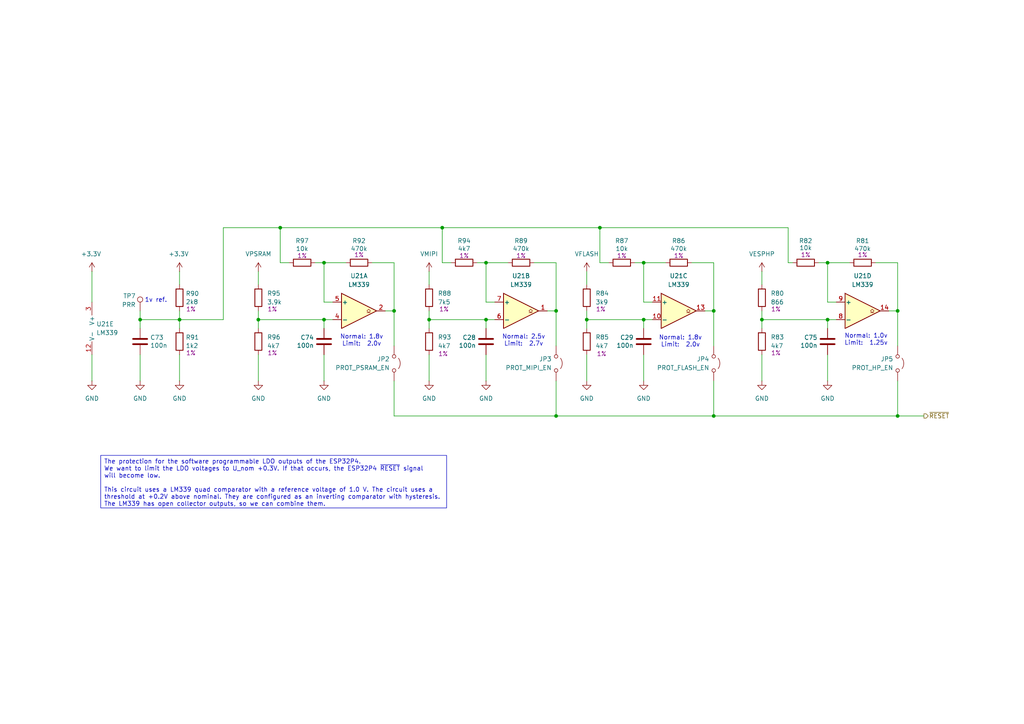
<source format=kicad_sch>
(kicad_sch (version 20231120) (generator "eeschema") (generator_version "8.0")
  (paper "A4")
  (title_block (title "WHY2025 badge") (date "2024-05-10") (rev "Prototype 1") (company "Badge.Team") (comment 1 "Copyright 2024 Nicolai Electronics") (comment 2 "License: CERN-OHL-P") (comment 3 "PROTOYPE DESIGN UNTESTED") (comment 4 "(Work in progress!)"))
  (lib_symbols
    (symbol "Comparator:LM339" (pin_names (offset 0.127))
      (property "Reference" "U" (at 0 5.08 0))
      (property "Value" "LM339" (at 0 -5.08 0))
      (symbol "LM339_1_1"
        (polyline (pts (xy -5.08 5.08) (xy 5.08 0) (xy -5.08 -5.08) (xy -5.08 5.08)) (stroke (width 0.254)) (fill (type background)))
        (polyline (pts (xy 3.302 -0.508) (xy 2.794 -0.508) (xy 3.302 0) (xy 2.794 0.508) (xy 2.286 0) (xy 2.794 -0.508) (xy 2.286 -0.508)) (stroke (width 0.127)))
        (pin open_collector line (at 7.62 0 180) (length 2.54) (name "~") (number "2"))
        (pin input line (at -7.62 -2.54 0) (length 2.54) (name "-") (number "4"))
        (pin input line (at -7.62 2.54 0) (length 2.54) (name "+") (number "5"))
      )
      (symbol "LM339_2_1"
        (polyline (pts (xy -5.08 5.08) (xy 5.08 0) (xy -5.08 -5.08) (xy -5.08 5.08)) (stroke (width 0.254)) (fill (type background)))
        (polyline (pts (xy 3.302 -0.508) (xy 2.794 -0.508) (xy 3.302 0) (xy 2.794 0.508) (xy 2.286 0) (xy 2.794 -0.508) (xy 2.286 -0.508)) (stroke (width 0.127)))
        (pin open_collector line (at 7.62 0 180) (length 2.54) (name "~") (number "1"))
        (pin input line (at -7.62 -2.54 0) (length 2.54) (name "-") (number "6"))
        (pin input line (at -7.62 2.54 0) (length 2.54) (name "+") (number "7"))
      )
      (symbol "LM339_3_1"
        (polyline (pts (xy -5.08 5.08) (xy 5.08 0) (xy -5.08 -5.08) (xy -5.08 5.08)) (stroke (width 0.254)) (fill (type background)))
        (polyline (pts (xy 3.302 -0.508) (xy 2.794 -0.508) (xy 3.302 0) (xy 2.794 0.508) (xy 2.286 0) (xy 2.794 -0.508) (xy 2.286 -0.508)) (stroke (width 0.127)))
        (pin input line (at -7.62 -2.54 0) (length 2.54) (name "-") (number "10"))
        (pin input line (at -7.62 2.54 0) (length 2.54) (name "+") (number "11"))
        (pin open_collector line (at 7.62 0 180) (length 2.54) (name "~") (number "13"))
      )
      (symbol "LM339_4_1"
        (polyline (pts (xy -5.08 5.08) (xy 5.08 0) (xy -5.08 -5.08) (xy -5.08 5.08)) (stroke (width 0.254)) (fill (type background)))
        (polyline (pts (xy 3.302 -0.508) (xy 2.794 -0.508) (xy 3.302 0) (xy 2.794 0.508) (xy 2.286 0) (xy 2.794 -0.508) (xy 2.286 -0.508)) (stroke (width 0.127)))
        (pin open_collector line (at 7.62 0 180) (length 2.54) (name "~") (number "14"))
        (pin input line (at -7.62 -2.54 0) (length 2.54) (name "-") (number "8"))
        (pin input line (at -7.62 2.54 0) (length 2.54) (name "+") (number "9"))
      )
      (symbol "LM339_5_1"
        (pin power_in line (at -2.54 -7.62 90) (length 3.81) (name "V-") (number "12"))
        (pin power_in line (at -2.54 7.62 270) (length 3.81) (name "V+") (number "3"))
      )
    )
    (symbol "Connector:TestPoint" (pin_numbers hide) (pin_names (offset 0.762) hide)
      (property "Reference" "TP" (at 0 6.858 0))
      (property "Value" "TestPoint" (at 0 5.08 0))
      (symbol "TestPoint_0_1"
        (circle (center 0 3.302) (radius 0.762))
      )
      (symbol "TestPoint_1_1"
        (pin passive line (at 0 0 90) (length 2.54) (name "1") (number "1"))
      )
    )
    (symbol "Device:R" (pin_numbers hide) (pin_names (offset 0))
      (property "Reference" "R" (at 2.032 0 90))
      (property "Value" "R" (at 0 0 90))
      (symbol "R_0_1"
        (rectangle (start -1.016 -2.54) (end 1.016 2.54) (stroke (width 0.254)))
      )
      (symbol "R_1_1"
        (pin passive line (at 0 3.81 270) (length 1.27) (name "~") (number "1"))
        (pin passive line (at 0 -3.81 90) (length 1.27) (name "~") (number "2"))
      )
    )
    (symbol "Jumper:Jumper_2_Open" (pin_numbers hide) (pin_names (offset 0) hide) (exclude_from_sim yes)
      (property "Reference" "JP" (at 0 2.794 0))
      (property "Value" "Jumper_2_Open" (at 0 -2.286 0))
      (symbol "Jumper_2_Open_0_0"
        (circle (center -2.032 0) (radius 0.508))
        (circle (center 2.032 0) (radius 0.508))
      )
      (symbol "Jumper_2_Open_0_1"
        (arc (start 1.524 1.27) (mid 0 1.778) (end -1.524 1.27))
      )
      (symbol "Jumper_2_Open_1_1"
        (pin passive line (at -5.08 0 0) (length 2.54) (name "A") (number "1"))
        (pin passive line (at 5.08 0 180) (length 2.54) (name "B") (number "2"))
      )
    )
    (symbol "custom-power:VESPHP" (power) (pin_numbers hide) (pin_names (offset 0) hide)
      (property "Value" "VESPHP" (at 0 3.556 0))
      (symbol "VESPHP_0_1"
        (polyline (pts (xy -0.762 1.27) (xy 0 2.54)))
        (polyline (pts (xy 0 0) (xy 0 2.54)))
        (polyline (pts (xy 0 2.54) (xy 0.762 1.27)))
      )
      (symbol "VESPHP_1_1"
        (pin power_in line (at 0 0 90) (length 0) (name "~") (number "1"))
      )
    )
    (symbol "custom-power:VFLASH" (power) (pin_numbers hide) (pin_names (offset 0) hide)
      (property "Value" "VFLASH" (at 0 3.556 0))
      (symbol "VFLASH_0_1"
        (polyline (pts (xy -0.762 1.27) (xy 0 2.54)))
        (polyline (pts (xy 0 0) (xy 0 2.54)))
        (polyline (pts (xy 0 2.54) (xy 0.762 1.27)))
      )
      (symbol "VFLASH_1_1"
        (pin power_in line (at 0 0 90) (length 0) (name "~") (number "1"))
      )
    )
    (symbol "custom-power:VMIPI" (power) (pin_numbers hide) (pin_names (offset 0) hide)
      (property "Value" "VMIPI" (at 0 3.556 0))
      (symbol "VMIPI_0_1"
        (polyline (pts (xy -0.762 1.27) (xy 0 2.54)))
        (polyline (pts (xy 0 0) (xy 0 2.54)))
        (polyline (pts (xy 0 2.54) (xy 0.762 1.27)))
      )
      (symbol "VMIPI_1_1"
        (pin power_in line (at 0 0 90) (length 0) (name "~") (number "1"))
      )
    )
    (symbol "custom-power:VPSRAM" (power) (pin_numbers hide) (pin_names (offset 0) hide)
      (property "Value" "VPSRAM" (at 0 3.556 0))
      (symbol "VPSRAM_0_1"
        (polyline (pts (xy -0.762 1.27) (xy 0 2.54)))
        (polyline (pts (xy 0 0) (xy 0 2.54)))
        (polyline (pts (xy 0 2.54) (xy 0.762 1.27)))
      )
      (symbol "VPSRAM_1_1"
        (pin power_in line (at 0 0 90) (length 0) (name "~") (number "1"))
      )
    )
    (symbol "power:+3.3V" (power) (pin_numbers hide) (pin_names (offset 0) hide)
      (property "Value" "+3.3V" (at 0 3.556 0))
      (symbol "+3.3V_0_1"
        (polyline (pts (xy -0.762 1.27) (xy 0 2.54)))
        (polyline (pts (xy 0 0) (xy 0 2.54)))
        (polyline (pts (xy 0 2.54) (xy 0.762 1.27)))
      )
      (symbol "+3.3V_1_1"
        (pin power_in line (at 0 0 90) (length 0) (name "~") (number "1"))
      )
    )
    (symbol "power:GND" (power) (pin_numbers hide) (pin_names (offset 0) hide)
      (property "Value" "GND" (at 0 -3.81 0))
      (symbol "GND_0_1"
        (polyline (pts (xy 0 0) (xy 0 -1.27) (xy 1.27 -1.27) (xy 0 -2.54) (xy -1.27 -1.27) (xy 0 -1.27)))
      )
      (symbol "GND_1_1"
        (pin power_in line (at 0 0 270) (length 0) (name "~") (number "1"))
      )
    )
    (symbol "symbols:C" (pin_numbers hide) (pin_names (offset 0.254))
      (property "Reference" "C" (at 0.635 2.54 0))
      (property "Value" "C" (at 0.635 -2.54 0))
      (symbol "C_0_1"
        (polyline (pts (xy -2.032 -0.762) (xy 2.032 -0.762)) (stroke (width 0.508)))
        (polyline (pts (xy -2.032 0.762) (xy 2.032 0.762)) (stroke (width 0.508)))
      )
      (symbol "C_1_1"
        (pin passive line (at 0 3.81 270) (length 2.794) (name "~") (number "1"))
        (pin passive line (at 0 -3.81 90) (length 2.794) (name "~") (number "2"))
      )
    )
  )
  (junction (at 260.35 90.17))
  (junction (at 140.97 92.71))
  (junction (at 170.18 92.71))
  (junction (at 40.64 92.71))
  (junction (at 173.99 66.04))
  (junction (at 81.28 66.04))
  (junction (at 114.3 90.17))
  (junction (at 260.35 120.65))
  (junction (at 161.29 120.65))
  (junction (at 52.07 92.71))
  (junction (at 220.98 92.71))
  (junction (at 186.69 76.2))
  (junction (at 240.03 76.2))
  (junction (at 128.27 66.04))
  (junction (at 207.01 90.17))
  (junction (at 74.93 92.71))
  (junction (at 186.69 92.71))
  (junction (at 93.98 92.71))
  (junction (at 124.46 92.71))
  (junction (at 140.97 76.2))
  (junction (at 207.01 120.65))
  (junction (at 240.03 92.71))
  (junction (at 161.29 90.17))
  (junction (at 93.98 76.2))
  (wire (pts (xy 140.97 95.25) (xy 140.97 92.71)))
  (wire (pts (xy 128.27 66.04) (xy 173.99 66.04)))
  (wire (pts (xy 93.98 76.2) (xy 93.98 87.63)))
  (wire (pts (xy 140.97 92.71) (xy 143.51 92.71)))
  (wire (pts (xy 26.67 87.63) (xy 26.67 78.74)))
  (wire (pts (xy 240.03 76.2) (xy 240.03 87.63)))
  (wire (pts (xy 124.46 92.71) (xy 140.97 92.71)))
  (wire (pts (xy 170.18 78.74) (xy 170.18 82.55)))
  (wire (pts (xy 220.98 102.87) (xy 220.98 110.49)))
  (wire (pts (xy 124.46 92.71) (xy 124.46 95.25)))
  (wire (pts (xy 40.64 90.17) (xy 40.64 92.71)))
  (wire (pts (xy 52.07 95.25) (xy 52.07 92.71)))
  (wire (pts (xy 52.07 92.71) (xy 40.64 92.71)))
  (wire (pts (xy 154.94 76.2) (xy 161.29 76.2)))
  (wire (pts (xy 81.28 66.04) (xy 128.27 66.04)))
  (wire (pts (xy 170.18 92.71) (xy 170.18 95.25)))
  (wire (pts (xy 207.01 120.65) (xy 260.35 120.65)))
  (wire (pts (xy 161.29 90.17) (xy 158.75 90.17)))
  (wire (pts (xy 130.81 76.2) (xy 128.27 76.2)))
  (wire (pts (xy 140.97 87.63) (xy 143.51 87.63)))
  (wire (pts (xy 107.95 76.2) (xy 114.3 76.2)))
  (wire (pts (xy 91.44 76.2) (xy 93.98 76.2)))
  (wire (pts (xy 140.97 76.2) (xy 140.97 87.63)))
  (wire (pts (xy 128.27 76.2) (xy 128.27 66.04)))
  (wire (pts (xy 186.69 92.71) (xy 189.23 92.71)))
  (wire (pts (xy 260.35 110.49) (xy 260.35 120.65)))
  (wire (pts (xy 170.18 90.17) (xy 170.18 92.71)))
  (wire (pts (xy 220.98 78.74) (xy 220.98 82.55)))
  (wire (pts (xy 114.3 90.17) (xy 111.76 90.17)))
  (wire (pts (xy 220.98 92.71) (xy 220.98 95.25)))
  (wire (pts (xy 170.18 92.71) (xy 186.69 92.71)))
  (wire (pts (xy 220.98 90.17) (xy 220.98 92.71)))
  (wire (pts (xy 74.93 92.71) (xy 93.98 92.71)))
  (wire (pts (xy 40.64 92.71) (xy 40.64 95.25)))
  (wire (pts (xy 93.98 102.87) (xy 93.98 110.49)))
  (wire (pts (xy 140.97 102.87) (xy 140.97 110.49)))
  (wire (pts (xy 93.98 87.63) (xy 96.52 87.63)))
  (wire (pts (xy 161.29 90.17) (xy 161.29 100.33)))
  (wire (pts (xy 114.3 76.2) (xy 114.3 90.17)))
  (wire (pts (xy 124.46 102.87) (xy 124.46 110.49)))
  (wire (pts (xy 161.29 76.2) (xy 161.29 90.17)))
  (wire (pts (xy 173.99 66.04) (xy 173.99 76.2)))
  (wire (pts (xy 52.07 102.87) (xy 52.07 110.49)))
  (wire (pts (xy 74.93 78.74) (xy 74.93 82.55)))
  (wire (pts (xy 207.01 110.49) (xy 207.01 120.65)))
  (wire (pts (xy 237.49 76.2) (xy 240.03 76.2)))
  (wire (pts (xy 74.93 90.17) (xy 74.93 92.71)))
  (wire (pts (xy 228.6 66.04) (xy 228.6 76.2)))
  (wire (pts (xy 220.98 92.71) (xy 240.03 92.71)))
  (wire (pts (xy 186.69 76.2) (xy 193.04 76.2)))
  (wire (pts (xy 260.35 90.17) (xy 260.35 100.33)))
  (wire (pts (xy 52.07 92.71) (xy 64.77 92.71)))
  (wire (pts (xy 200.66 76.2) (xy 207.01 76.2)))
  (wire (pts (xy 186.69 76.2) (xy 186.69 87.63)))
  (wire (pts (xy 207.01 90.17) (xy 207.01 100.33)))
  (wire (pts (xy 240.03 95.25) (xy 240.03 92.71)))
  (wire (pts (xy 184.15 76.2) (xy 186.69 76.2)))
  (wire (pts (xy 186.69 87.63) (xy 189.23 87.63)))
  (wire (pts (xy 93.98 76.2) (xy 100.33 76.2)))
  (wire (pts (xy 186.69 102.87) (xy 186.69 110.49)))
  (wire (pts (xy 140.97 76.2) (xy 147.32 76.2)))
  (wire (pts (xy 81.28 76.2) (xy 83.82 76.2)))
  (wire (pts (xy 93.98 95.25) (xy 93.98 92.71)))
  (wire (pts (xy 114.3 90.17) (xy 114.3 100.33)))
  (wire (pts (xy 40.64 102.87) (xy 40.64 110.49)))
  (wire (pts (xy 254 76.2) (xy 260.35 76.2)))
  (wire (pts (xy 170.18 102.87) (xy 170.18 110.49)))
  (wire (pts (xy 173.99 66.04) (xy 228.6 66.04)))
  (wire (pts (xy 240.03 92.71) (xy 242.57 92.71)))
  (wire (pts (xy 240.03 76.2) (xy 246.38 76.2)))
  (wire (pts (xy 124.46 90.17) (xy 124.46 92.71)))
  (wire (pts (xy 176.53 76.2) (xy 173.99 76.2)))
  (wire (pts (xy 161.29 110.49) (xy 161.29 120.65)))
  (wire (pts (xy 260.35 76.2) (xy 260.35 90.17)))
  (wire (pts (xy 228.6 76.2) (xy 229.87 76.2)))
  (wire (pts (xy 124.46 78.74) (xy 124.46 82.55)))
  (wire (pts (xy 81.28 66.04) (xy 81.28 76.2)))
  (wire (pts (xy 74.93 102.87) (xy 74.93 110.49)))
  (wire (pts (xy 26.67 102.87) (xy 26.67 110.49)))
  (wire (pts (xy 257.81 90.17) (xy 260.35 90.17)))
  (wire (pts (xy 64.77 92.71) (xy 64.77 66.04)))
  (wire (pts (xy 93.98 92.71) (xy 96.52 92.71)))
  (wire (pts (xy 207.01 76.2) (xy 207.01 90.17)))
  (wire (pts (xy 64.77 66.04) (xy 81.28 66.04)))
  (wire (pts (xy 52.07 90.17) (xy 52.07 92.71)))
  (wire (pts (xy 240.03 102.87) (xy 240.03 110.49)))
  (wire (pts (xy 74.93 92.71) (xy 74.93 95.25)))
  (wire (pts (xy 114.3 120.65) (xy 161.29 120.65)))
  (wire (pts (xy 186.69 95.25) (xy 186.69 92.71)))
  (wire (pts (xy 138.43 76.2) (xy 140.97 76.2)))
  (wire (pts (xy 207.01 90.17) (xy 204.47 90.17)))
  (wire (pts (xy 52.07 78.74) (xy 52.07 82.55)))
  (wire (pts (xy 114.3 110.49) (xy 114.3 120.65)))
  (wire (pts (xy 260.35 120.65) (xy 267.97 120.65)))
  (wire (pts (xy 240.03 87.63) (xy 242.57 87.63)))
  (wire (pts (xy 161.29 120.65) (xy 207.01 120.65)))
  (text_box "The protection for the software programmable LDO outputs of the ESP32P4. \nWe want to limit the LDO voltages to U_nom +0.3V. If that occurs, the ESP32P4 ~{RESET} signal\nwill become low.\n\nThis circuit uses a LM339 quad comparator with a reference voltage of 1.0 V. The circuit uses a\nthreshold at +0.2V above nominal. They are configured as an inverting comparator with hysteresis.\nThe LM339 has open collector outputs, so we can combine them.\n" (at 29.21 132.08 0) (size 100.33 15.24) (effects (font (size 1.27 1.27)) (justify left top)))
  (text "Normal: 2.5v\nLimit:  2.7v\n" (at 151.892 98.806 0) (effects (font (size 1.27 1.27))))
  (text "1v ref." (at 48.514 87.122 0) (effects (font (size 1.27 1.27)) (justify right)))
  (text "Normal: 1.8v\nLimit:  2.0v\n" (at 197.358 99.06 0) (effects (font (size 1.27 1.27))))
  (text "Normal: 1.8v\nLimit:  2.0v\n" (at 104.902 98.806 0) (effects (font (size 1.27 1.27))))
  (text "Normal: 1.0v\nLimit:  1.25v\n" (at 251.206 98.552 0) (effects (font (size 1.27 1.27))))
  (hierarchical_label "~{RESET}" (shape output) (at 267.97 120.65 0))
  (symbol (lib_id "Device:R") (at 220.98 86.36 180) (unit 1)
    (property "Reference" "R80" (at 223.52 85.0899 0) (effects (justify right)))
    (property "Value" "866" (at 223.52 87.6299 0) (effects (justify right)))
    (property "Footprint" "Resistor_SMD:R_0402_1005Metric" (effects (hide yes)))
    (property "Datasheet" "https://datasheet.lcsc.com/lcsc/2205312216_UNI-ROYAL-Uniroyal-Elec-0402WGF8660TCE_C423129.pdf" (effects (hide yes)))
    (property "Description" "1%" (at 225.044 89.662 0))
    (property "LCSC" "C423129" (effects (hide yes)))
  )
  (symbol (lib_id "power:GND") (at 186.69 110.49 0) (unit 1)
    (property "Reference" "#PWR0115" (effects (hide yes)))
    (property "Value" "GND" (at 186.69 115.57 0))
  )
  (symbol (lib_id "Device:R") (at 170.18 86.36 180) (unit 1)
    (property "Reference" "R84" (at 172.72 85.0899 0) (effects (justify right)))
    (property "Value" "3k9" (at 172.72 87.6299 0) (effects (justify right)))
    (property "Footprint" "Resistor_SMD:R_0402_1005Metric" (effects (hide yes)))
    (property "Datasheet" "https://datasheet.lcsc.com/lcsc/2206010000_UNI-ROYAL-Uniroyal-Elec-0402WGF3901TCE_C51721.pdf" (effects (hide yes)))
    (property "Description" "1%" (at 174.244 89.662 0))
    (property "LCSC" "C51721" (effects (hide yes)))
  )
  (symbol (lib_id "Comparator:LM339") (at 250.19 90.17 0) (unit 4)
    (property "Reference" "U21" (at 250.19 80.01 0))
    (property "Value" "LM339" (at 250.19 82.55 0))
    (property "Footprint" "Package_SO:SOIC-14_3.9x8.7mm_P1.27mm" (effects (hide yes)))
    (property "Datasheet" "https://datasheet.lcsc.com/lcsc/2311161808_IDCHIP-LM339S_C19193841.pdf" (effects (hide yes)))
    (property "Description" "Quad Differential Comparators, SOIC-14/TSSOP-14" (effects (hide yes)))
    (property "LCSC" "C19193841" (effects (hide yes)))
  )
  (symbol (lib_id "Device:R") (at 104.14 76.2 270) (unit 1)
    (property "Reference" "R92" (at 104.14 69.85 90))
    (property "Value" "470k" (at 104.14 72.136 90))
    (property "Footprint" "Resistor_SMD:R_0402_1005Metric" (effects (hide yes)))
    (property "Datasheet" "https://datasheet.lcsc.com/lcsc/2206010100_UNI-ROYAL-Uniroyal-Elec-0402WGF4703TCE_C25790.pdf" (effects (hide yes)))
    (property "Description" "1%" (at 104.14 73.914 90))
    (property "LCSC" "C25790" (effects (hide yes)))
  )
  (symbol (lib_id "Jumper:Jumper_2_Open") (at 114.3 105.41 270) (mirror x) (unit 1) (exclude_from_sim yes)
    (property "Reference" "JP2" (at 113.03 104.1399 90) (effects (justify right)))
    (property "Value" "PROT_PSRAM_EN" (at 113.03 106.6799 90) (effects (justify right)))
    (property "Footprint" "Jumper:SolderJumper-2_P1.3mm_Open_RoundedPad1.0x1.5mm" (effects (hide yes)))
    (property "Datasheet" "-" (effects (hide yes)))
    (property "LCSC" "-" (effects (hide yes)))
  )
  (symbol (lib_id "symbols:C") (at 140.97 99.06 0) (mirror y) (unit 1)
    (property "Reference" "C28" (at 138.049 97.8916 0) (effects (justify left)))
    (property "Value" "100n" (at 138.049 100.203 0) (effects (justify left)))
    (property "Footprint" "Capacitor_SMD:C_0402_1005Metric" (effects (hide yes)))
    (property "Datasheet" "https://datasheet.lcsc.com/lcsc/2304140030_Samsung-Electro-Mechanics-CL05B104KB54PNC_C307331.pdf" (effects (hide yes)))
    (property "LCSC" "C307331" (effects (hide yes)))
  )
  (symbol (lib_id "power:GND") (at 140.97 110.49 0) (unit 1)
    (property "Reference" "#PWR0106" (effects (hide yes)))
    (property "Value" "GND" (at 140.97 115.57 0))
  )
  (symbol (lib_id "symbols:C") (at 93.98 99.06 0) (mirror y) (unit 1)
    (property "Reference" "C74" (at 91.059 97.8916 0) (effects (justify left)))
    (property "Value" "100n" (at 91.059 100.203 0) (effects (justify left)))
    (property "Footprint" "Capacitor_SMD:C_0402_1005Metric" (effects (hide yes)))
    (property "Datasheet" "https://datasheet.lcsc.com/lcsc/2304140030_Samsung-Electro-Mechanics-CL05B104KB54PNC_C307331.pdf" (effects (hide yes)))
    (property "LCSC" "C307331" (effects (hide yes)))
  )
  (symbol (lib_id "Comparator:LM339") (at 196.85 90.17 0) (unit 3)
    (property "Reference" "U21" (at 196.85 80.01 0))
    (property "Value" "LM339" (at 196.85 82.55 0))
    (property "Footprint" "Package_SO:SOIC-14_3.9x8.7mm_P1.27mm" (effects (hide yes)))
    (property "Datasheet" "https://datasheet.lcsc.com/lcsc/2311161808_IDCHIP-LM339S_C19193841.pdf" (effects (hide yes)))
    (property "Description" "Quad Differential Comparators, SOIC-14/TSSOP-14" (effects (hide yes)))
    (property "LCSC" "C19193841" (effects (hide yes)))
  )
  (symbol (lib_id "power:GND") (at 93.98 110.49 0) (unit 1)
    (property "Reference" "#PWR0260" (effects (hide yes)))
    (property "Value" "GND" (at 93.98 115.57 0))
  )
  (symbol (lib_id "Device:R") (at 74.93 86.36 180) (unit 1)
    (property "Reference" "R95" (at 77.47 85.0899 0) (effects (justify right)))
    (property "Value" "3.9k" (at 77.47 87.6299 0) (effects (justify right)))
    (property "Footprint" "Resistor_SMD:R_0402_1005Metric" (effects (hide yes)))
    (property "Datasheet" "https://datasheet.lcsc.com/lcsc/2206010000_UNI-ROYAL-Uniroyal-Elec-0402WGF3901TCE_C51721.pdf" (effects (hide yes)))
    (property "Description" "1%" (at 78.994 89.662 0))
    (property "LCSC" "C51721" (effects (hide yes)))
  )
  (symbol (lib_id "Comparator:LM339") (at 29.21 95.25 0) (unit 5)
    (property "Reference" "U21" (at 27.94 93.9799 0) (effects (justify left)))
    (property "Value" "LM339" (at 27.94 96.5199 0) (effects (justify left)))
    (property "Footprint" "Package_SO:SOIC-14_3.9x8.7mm_P1.27mm" (effects (hide yes)))
    (property "Datasheet" "https://datasheet.lcsc.com/lcsc/2311161808_IDCHIP-LM339S_C19193841.pdf" (effects (hide yes)))
    (property "Description" "Quad Differential Comparators, SOIC-14/TSSOP-14" (effects (hide yes)))
    (property "LCSC" "C19193841" (effects (hide yes)))
  )
  (symbol (lib_id "Device:R") (at 196.85 76.2 270) (unit 1)
    (property "Reference" "R86" (at 196.85 69.85 90))
    (property "Value" "470k" (at 196.85 72.136 90))
    (property "Footprint" "Resistor_SMD:R_0402_1005Metric" (effects (hide yes)))
    (property "Datasheet" "https://datasheet.lcsc.com/lcsc/2206010100_UNI-ROYAL-Uniroyal-Elec-0402WGF4703TCE_C25790.pdf" (effects (hide yes)))
    (property "Description" "1%" (at 196.85 74.168 90))
    (property "LCSC" "C25790" (effects (hide yes)))
  )
  (symbol (lib_id "power:GND") (at 52.07 110.49 0) (unit 1)
    (property "Reference" "#PWR0265" (effects (hide yes)))
    (property "Value" "GND" (at 52.07 115.57 0))
  )
  (symbol (lib_id "power:GND") (at 220.98 110.49 0) (unit 1)
    (property "Reference" "#PWR0254" (effects (hide yes)))
    (property "Value" "GND" (at 220.98 115.57 0))
  )
  (symbol (lib_id "custom-power:VPSRAM") (at 74.93 78.74 0) (unit 1)
    (property "Reference" "#PWR0250" (effects (hide yes)))
    (property "Value" "VPSRAM" (at 74.93 73.66 0))
    (property "Description" "Power symbol creates a global label with name \"VPSRAM\"" (effects (hide yes)))
  )
  (symbol (lib_id "Device:R") (at 233.68 76.2 270) (unit 1)
    (property "Reference" "R82" (at 233.68 69.85 90))
    (property "Value" "10k" (at 233.68 71.882 90))
    (property "Footprint" "Resistor_SMD:R_0402_1005Metric" (effects (hide yes)))
    (property "Datasheet" "https://datasheet.lcsc.com/lcsc/2304140030_YAGEO-RC0402FR-0710KL_C60490.pdf" (effects (hide yes)))
    (property "Description" "1%" (at 233.68 73.914 90))
    (property "LCSC" "C60490" (effects (hide yes)))
  )
  (symbol (lib_id "Connector:TestPoint") (at 40.64 90.17 0) (unit 1)
    (property "Reference" "TP7" (at 39.37 85.852 0) (effects (justify right)))
    (property "Value" "PRR" (at 39.37 88.392 0) (effects (justify right)))
    (property "Footprint" "TestPoint:TestPoint_Pad_D1.0mm" (effects (hide yes)))
    (property "Datasheet" "-" (effects (hide yes)))
    (property "Description" "test point" (effects (hide yes)))
    (property "LCSC" "-" (effects (hide yes)))
  )
  (symbol (lib_id "Device:R") (at 52.07 99.06 180) (unit 1)
    (property "Reference" "R91" (at 53.848 97.8478 0) (effects (justify right)))
    (property "Value" "1k2" (at 53.848 100.2721 0) (effects (justify right)))
    (property "Footprint" "Resistor_SMD:R_0402_1005Metric" (effects (hide yes)))
    (property "Datasheet" "https://datasheet.lcsc.com/lcsc/2206010216_UNI-ROYAL-Uniroyal-Elec-0402WGF1001TCE_C11702.pdf" (effects (hide yes)))
    (property "Description" "1%" (at 55.372 102.362 0))
    (property "LCSC" "C11702" (effects (hide yes)))
  )
  (symbol (lib_id "symbols:C") (at 240.03 99.06 0) (mirror y) (unit 1)
    (property "Reference" "C75" (at 237.109 97.8916 0) (effects (justify left)))
    (property "Value" "100n" (at 237.109 100.203 0) (effects (justify left)))
    (property "Footprint" "Capacitor_SMD:C_0402_1005Metric" (effects (hide yes)))
    (property "Datasheet" "https://datasheet.lcsc.com/lcsc/2304140030_Samsung-Electro-Mechanics-CL05B104KB54PNC_C307331.pdf" (effects (hide yes)))
    (property "LCSC" "C307331" (effects (hide yes)))
  )
  (symbol (lib_id "Device:R") (at 124.46 99.06 180) (unit 1)
    (property "Reference" "R93" (at 127 97.7899 0) (effects (justify right)))
    (property "Value" "4k7" (at 127 100.3299 0) (effects (justify right)))
    (property "Footprint" "Resistor_SMD:R_0402_1005Metric" (effects (hide yes)))
    (property "Datasheet" "https://datasheet.lcsc.com/lcsc/2110260030_UNI-ROYAL-Uniroyal-Elec-0402WGF4701TCE_C25900.pdf" (effects (hide yes)))
    (property "Description" "1%" (at 128.524 102.616 0))
    (property "LCSC" "C25900" (effects (hide yes)))
  )
  (symbol (lib_id "power:GND") (at 74.93 110.49 0) (unit 1)
    (property "Reference" "#PWR0259" (effects (hide yes)))
    (property "Value" "GND" (at 74.93 115.57 0))
  )
  (symbol (lib_id "Comparator:LM339") (at 104.14 90.17 0) (unit 1)
    (property "Reference" "U21" (at 104.14 80.01 0))
    (property "Value" "LM339" (at 104.14 82.55 0))
    (property "Footprint" "Package_SO:SOIC-14_3.9x8.7mm_P1.27mm" (effects (hide yes)))
    (property "Datasheet" "https://datasheet.lcsc.com/lcsc/2311161808_IDCHIP-LM339S_C19193841.pdf" (effects (hide yes)))
    (property "Description" "Quad Differential Comparators, SOIC-14/TSSOP-14" (effects (hide yes)))
    (property "LCSC" "C19193841" (effects (hide yes)))
  )
  (symbol (lib_id "Jumper:Jumper_2_Open") (at 161.29 105.41 270) (mirror x) (unit 1) (exclude_from_sim yes)
    (property "Reference" "JP3" (at 160.02 104.1399 90) (effects (justify right)))
    (property "Value" "PROT_MIPI_EN" (at 160.02 106.6799 90) (effects (justify right)))
    (property "Footprint" "Jumper:SolderJumper-2_P1.3mm_Open_RoundedPad1.0x1.5mm" (effects (hide yes)))
    (property "Datasheet" "-" (effects (hide yes)))
    (property "LCSC" "-" (effects (hide yes)))
  )
  (symbol (lib_id "symbols:C") (at 186.69 99.06 0) (mirror y) (unit 1)
    (property "Reference" "C29" (at 183.769 97.8916 0) (effects (justify left)))
    (property "Value" "100n" (at 183.769 100.203 0) (effects (justify left)))
    (property "Footprint" "Capacitor_SMD:C_0402_1005Metric" (effects (hide yes)))
    (property "Datasheet" "https://datasheet.lcsc.com/lcsc/2304140030_Samsung-Electro-Mechanics-CL05B104KB54PNC_C307331.pdf" (effects (hide yes)))
    (property "LCSC" "C307331" (effects (hide yes)))
  )
  (symbol (lib_id "Jumper:Jumper_2_Open") (at 207.01 105.41 270) (mirror x) (unit 1) (exclude_from_sim yes)
    (property "Reference" "JP4" (at 205.74 104.1399 90) (effects (justify right)))
    (property "Value" "PROT_FLASH_EN" (at 205.74 106.6799 90) (effects (justify right)))
    (property "Footprint" "Jumper:SolderJumper-2_P1.3mm_Open_RoundedPad1.0x1.5mm" (effects (hide yes)))
    (property "Datasheet" "-" (effects (hide yes)))
    (property "LCSC" "-" (effects (hide yes)))
  )
  (symbol (lib_id "power:+3.3V") (at 26.67 78.74 0) (unit 1)
    (property "Reference" "#PWR0252" (effects (hide yes)))
    (property "Value" "+3.3V" (at 26.416 73.66 0))
    (property "Description" "Power symbol creates a global label with name \"+3.3V\"" (effects (hide yes)))
  )
  (symbol (lib_id "power:GND") (at 170.18 110.49 0) (unit 1)
    (property "Reference" "#PWR0255" (effects (hide yes)))
    (property "Value" "GND" (at 170.18 115.57 0))
  )
  (symbol (lib_id "power:GND") (at 40.64 110.49 0) (unit 1)
    (property "Reference" "#PWR0257" (effects (hide yes)))
    (property "Value" "GND" (at 40.64 115.57 0))
  )
  (symbol (lib_id "Comparator:LM339") (at 151.13 90.17 0) (unit 2)
    (property "Reference" "U21" (at 151.13 80.01 0))
    (property "Value" "LM339" (at 151.13 82.55 0))
    (property "Footprint" "Package_SO:SOIC-14_3.9x8.7mm_P1.27mm" (effects (hide yes)))
    (property "Datasheet" "https://datasheet.lcsc.com/lcsc/2311161808_IDCHIP-LM339S_C19193841.pdf" (effects (hide yes)))
    (property "Description" "Quad Differential Comparators, SOIC-14/TSSOP-14" (effects (hide yes)))
    (property "LCSC" "C19193841" (effects (hide yes)))
  )
  (symbol (lib_id "custom-power:VMIPI") (at 124.46 78.74 0) (unit 1)
    (property "Reference" "#PWR0251" (effects (hide yes)))
    (property "Value" "VMIPI" (at 124.46 73.66 0))
    (property "Description" "Power symbol creates a global label with name \"VMIPI\"" (effects (hide yes)))
  )
  (symbol (lib_id "power:GND") (at 240.03 110.49 0) (unit 1)
    (property "Reference" "#PWR0118" (effects (hide yes)))
    (property "Value" "GND" (at 240.03 115.57 0))
  )
  (symbol (lib_id "power:GND") (at 26.67 110.49 0) (unit 1)
    (property "Reference" "#PWR0253" (effects (hide yes)))
    (property "Value" "GND" (at 26.67 115.57 0))
  )
  (symbol (lib_id "custom-power:VESPHP") (at 220.98 78.74 0) (unit 1)
    (property "Reference" "#PWR0256" (effects (hide yes)))
    (property "Value" "VESPHP" (at 220.98 73.66 0))
    (property "Description" "Power symbol creates a global label with name \"VESPHP\"" (effects (hide yes)))
  )
  (symbol (lib_id "symbols:C") (at 40.64 99.06 0) (unit 1)
    (property "Reference" "C73" (at 43.561 97.8916 0) (effects (justify left)))
    (property "Value" "100n" (at 43.561 100.203 0) (effects (justify left)))
    (property "Footprint" "Capacitor_SMD:C_0402_1005Metric" (effects (hide yes)))
    (property "Datasheet" "https://datasheet.lcsc.com/lcsc/2304140030_Samsung-Electro-Mechanics-CL05B104KB54PNC_C307331.pdf" (effects (hide yes)))
    (property "LCSC" "C307331" (effects (hide yes)))
  )
  (symbol (lib_id "Device:R") (at 220.98 99.06 180) (unit 1)
    (property "Reference" "R83" (at 223.52 97.7899 0) (effects (justify right)))
    (property "Value" "4k7" (at 223.52 100.3299 0) (effects (justify right)))
    (property "Footprint" "Resistor_SMD:R_0402_1005Metric" (effects (hide yes)))
    (property "Datasheet" "https://datasheet.lcsc.com/lcsc/2110260030_UNI-ROYAL-Uniroyal-Elec-0402WGF4701TCE_C25900.pdf" (effects (hide yes)))
    (property "Description" "1%" (at 225.044 102.362 0))
    (property "LCSC" "C25900" (effects (hide yes)))
  )
  (symbol (lib_id "Device:R") (at 74.93 99.06 180) (unit 1)
    (property "Reference" "R96" (at 77.47 97.7899 0) (effects (justify right)))
    (property "Value" "4k7" (at 77.47 100.3299 0) (effects (justify right)))
    (property "Footprint" "Resistor_SMD:R_0402_1005Metric" (effects (hide yes)))
    (property "Datasheet" "https://datasheet.lcsc.com/lcsc/2110260030_UNI-ROYAL-Uniroyal-Elec-0402WGF4701TCE_C25900.pdf" (effects (hide yes)))
    (property "Description" "1%" (at 78.994 102.362 0))
    (property "LCSC" "C25900" (effects (hide yes)))
  )
  (symbol (lib_id "Device:R") (at 180.34 76.2 270) (unit 1)
    (property "Reference" "R87" (at 180.34 69.85 90))
    (property "Value" "10k" (at 180.34 72.136 90))
    (property "Footprint" "Resistor_SMD:R_0402_1005Metric" (effects (hide yes)))
    (property "Datasheet" "https://datasheet.lcsc.com/lcsc/2304140030_YAGEO-RC0402FR-0710KL_C60490.pdf" (effects (hide yes)))
    (property "Description" "1%" (at 180.34 74.168 90))
    (property "LCSC" "C60490" (effects (hide yes)))
  )
  (symbol (lib_id "Jumper:Jumper_2_Open") (at 260.35 105.41 270) (mirror x) (unit 1) (exclude_from_sim yes)
    (property "Reference" "JP5" (at 259.08 104.1399 90) (effects (justify right)))
    (property "Value" "PROT_HP_EN" (at 259.08 106.6799 90) (effects (justify right)))
    (property "Footprint" "Jumper:SolderJumper-2_P1.3mm_Open_RoundedPad1.0x1.5mm" (effects (hide yes)))
    (property "Datasheet" "-" (effects (hide yes)))
    (property "LCSC" "-" (effects (hide yes)))
  )
  (symbol (lib_id "power:+3.3V") (at 52.07 78.74 0) (unit 1)
    (property "Reference" "#PWR0264" (effects (hide yes)))
    (property "Value" "+3.3V" (at 51.816 73.66 0))
    (property "Description" "Power symbol creates a global label with name \"+3.3V\"" (effects (hide yes)))
  )
  (symbol (lib_id "Device:R") (at 134.62 76.2 270) (unit 1)
    (property "Reference" "R94" (at 134.62 69.85 90))
    (property "Value" "4k7" (at 134.62 72.136 90))
    (property "Footprint" "Resistor_SMD:R_0402_1005Metric" (effects (hide yes)))
    (property "Datasheet" "https://datasheet.lcsc.com/lcsc/2110260030_UNI-ROYAL-Uniroyal-Elec-0402WGF4701TCE_C25900.pdf" (effects (hide yes)))
    (property "Description" "1%" (at 134.62 74.168 90))
    (property "LCSC" "C25900" (effects (hide yes)))
  )
  (symbol (lib_id "Device:R") (at 170.18 99.06 180) (unit 1)
    (property "Reference" "R85" (at 172.72 97.7899 0) (effects (justify right)))
    (property "Value" "4k7" (at 172.72 100.3299 0) (effects (justify right)))
    (property "Footprint" "Resistor_SMD:R_0402_1005Metric" (effects (hide yes)))
    (property "Datasheet" "https://datasheet.lcsc.com/lcsc/2110260030_UNI-ROYAL-Uniroyal-Elec-0402WGF4701TCE_C25900.pdf" (effects (hide yes)))
    (property "Description" "1%" (at 174.498 102.616 0))
    (property "LCSC" "C25900" (effects (hide yes)))
  )
  (symbol (lib_id "Device:R") (at 87.63 76.2 270) (unit 1)
    (property "Reference" "R97" (at 87.63 69.85 90))
    (property "Value" "10k" (at 87.63 72.136 90))
    (property "Footprint" "Resistor_SMD:R_0402_1005Metric" (effects (hide yes)))
    (property "Datasheet" "https://datasheet.lcsc.com/lcsc/2304140030_YAGEO-RC0402FR-0710KL_C60490.pdf" (effects (hide yes)))
    (property "Description" "1%" (at 87.63 74.168 90))
    (property "LCSC" "C60490" (effects (hide yes)))
  )
  (symbol (lib_id "Device:R") (at 124.46 86.36 180) (unit 1)
    (property "Reference" "R88" (at 127 85.0899 0) (effects (justify right)))
    (property "Value" "7k5" (at 127 87.6299 0) (effects (justify right)))
    (property "Footprint" "Resistor_SMD:R_0402_1005Metric" (effects (hide yes)))
    (property "Datasheet" "https://datasheet.lcsc.com/lcsc/2206010045_UNI-ROYAL-Uniroyal-Elec-0402WGF7501TCE_C25918.pdf" (effects (hide yes)))
    (property "Description" "1%" (at 128.778 89.662 0))
    (property "LCSC" "C25918" (effects (hide yes)))
  )
  (symbol (lib_id "power:GND") (at 124.46 110.49 0) (unit 1)
    (property "Reference" "#PWR0261" (effects (hide yes)))
    (property "Value" "GND" (at 124.46 115.57 0))
  )
  (symbol (lib_id "Device:R") (at 52.07 86.36 180) (unit 1)
    (property "Reference" "R90" (at 53.848 85.1478 0) (effects (justify right)))
    (property "Value" "2k8" (at 53.848 87.5721 0) (effects (justify right)))
    (property "Footprint" "Resistor_SMD:R_0402_1005Metric" (effects (hide yes)))
    (property "Datasheet" "https://datasheet.lcsc.com/lcsc/2205312345_UNI-ROYAL-Uniroyal-Elec-0402WGF2801TCE_C62741.pdf" (effects (hide yes)))
    (property "Description" "1%" (at 55.372 89.662 0))
    (property "LCSC" "C62741" (effects (hide yes)))
  )
  (symbol (lib_id "custom-power:VFLASH") (at 170.18 78.74 0) (unit 1)
    (property "Reference" "#PWR0258" (effects (hide yes)))
    (property "Value" "VFLASH" (at 170.18 73.66 0))
    (property "Description" "Power symbol creates a global label with name \"VFLASH\"" (effects (hide yes)))
  )
  (symbol (lib_id "Device:R") (at 250.19 76.2 270) (unit 1)
    (property "Reference" "R81" (at 250.19 69.85 90))
    (property "Value" "470k" (at 250.19 72.136 90))
    (property "Footprint" "Resistor_SMD:R_0402_1005Metric" (effects (hide yes)))
    (property "Datasheet" "https://datasheet.lcsc.com/lcsc/2206010100_UNI-ROYAL-Uniroyal-Elec-0402WGF4703TCE_C25790.pdf" (effects (hide yes)))
    (property "Description" "1%" (at 250.19 73.914 90))
    (property "LCSC" "C25790" (effects (hide yes)))
  )
  (symbol (lib_id "Device:R") (at 151.13 76.2 270) (unit 1)
    (property "Reference" "R89" (at 151.13 69.85 90))
    (property "Value" "470k" (at 151.13 72.136 90))
    (property "Footprint" "Resistor_SMD:R_0402_1005Metric" (effects (hide yes)))
    (property "Datasheet" "https://datasheet.lcsc.com/lcsc/2206010100_UNI-ROYAL-Uniroyal-Elec-0402WGF4703TCE_C25790.pdf" (effects (hide yes)))
    (property "Description" "1%" (at 151.13 74.168 90))
    (property "LCSC" "C25790" (effects (hide yes)))
  )
)
</source>
